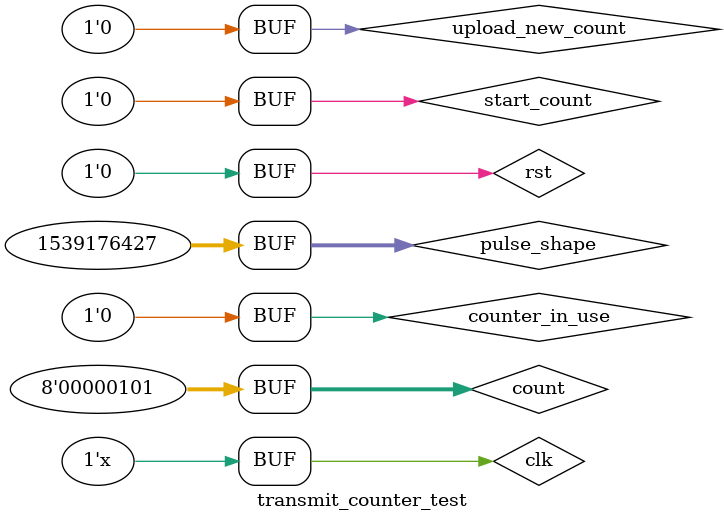
<source format=v>
`timescale 1ns / 1ps


module transmit_counter_test;

	// Inputs
	reg clk;
	reg rst;
	reg counter_in_use;
	reg start_count;
	reg [31:0] pulse_shape;
	reg [7:0] count;
	reg upload_new_count;

	// Outputs
	wire count_complete;
	wire pulse_sent;
	wire ultrasound_pulse;

	// Instantiate the Unit Under Test (UUT)
	Transmit_counter uut (
		.clk(clk), 
		.rst(rst), 
		.counter_in_use(counter_in_use), 
		.start_count(start_count), 
		.count_complete(count_complete), 
		.pulse_sent(pulse_sent), 
		.pulse_shape(pulse_shape), 
		.ultrasound_pulse(ultrasound_pulse), 
		.count(count), 
		.upload_new_count(upload_new_count)
	);

	initial begin
		// Initialize Inputs
		clk = 0;
		rst = 0;
		counter_in_use = 0;
		start_count = 0;
		pulse_shape = 32'b01011011101111011111011111101011;
		count = 8'b00000100;
		upload_new_count = 0;

		// Wait 100 ns for global reset to finish
		#100;
		rst = 1;
		#10;
		rst = 0;
		upload_new_count = 1;
		#10;
		upload_new_count = 0;
		start_count = 1;
		#10;
		start_count = 0;	
		count = 8'b00000101;
		#400;
		upload_new_count = 1;
		#10;
		upload_new_count = 0;
		start_count = 1;
		#10;
		start_count = 0;
		//upload_new_count = 1;
		//#50;
		//upload_new_count = 0;
		
        
		// Add stimulus here

	end

always #5 clk = ~clk;
      
endmodule


</source>
